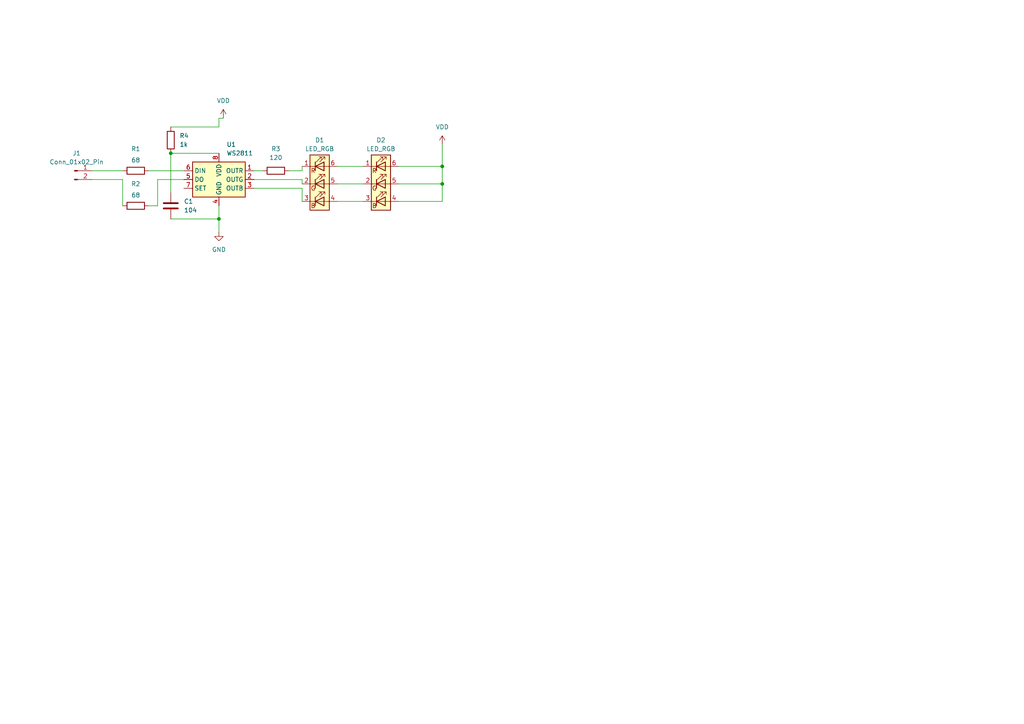
<source format=kicad_sch>
(kicad_sch (version 20230121) (generator eeschema)
  (paper "A4")
  (lib_symbols
    (symbol "Connector:Conn_01x02_Pin" (pin_names (offset 1.016) hide)
      (property "Reference" "J" (at 0 2.54 0))
      (property "Value" "Conn_01x02_Pin" (at 0 -5.08 0))
      (symbol "Conn_01x02_Pin_1_1"
        (polyline (pts (xy 1.27 -2.54) (xy 0.8636 -2.54)) (stroke (width 0.1524)))
        (polyline (pts (xy 1.27 0) (xy 0.8636 0)) (stroke (width 0.1524)))
        (rectangle (start 0.8636 -2.413) (end 0 -2.667) (stroke (width 0.1524)) (fill (type outline)))
        (rectangle (start 0.8636 0.127) (end 0 -0.127) (stroke (width 0.1524)) (fill (type outline)))
        (pin passive line (at 5.08 0 180) (length 3.81) (name "Pin_1") (number "1"))
        (pin passive line (at 5.08 -2.54 180) (length 3.81) (name "Pin_2") (number "2"))
      )
    )
    (symbol "Device:C" (pin_numbers hide) (pin_names (offset 0.254))
      (property "Reference" "C" (at 0.635 2.54 0))
      (property "Value" "C" (at 0.635 -2.54 0))
      (symbol "C_0_1"
        (polyline (pts (xy -2.032 -0.762) (xy 2.032 -0.762)) (stroke (width 0.508)))
        (polyline (pts (xy -2.032 0.762) (xy 2.032 0.762)) (stroke (width 0.508)))
      )
      (symbol "C_1_1"
        (pin passive line (at 0 3.81 270) (length 2.794) (name "~") (number "1"))
        (pin passive line (at 0 -3.81 90) (length 2.794) (name "~") (number "2"))
      )
    )
    (symbol "Device:LED_RGB" (pin_names (offset 0) hide)
      (property "Reference" "D" (at 0 9.398 0))
      (property "Value" "LED_RGB" (at 0 -8.89 0))
      (symbol "LED_RGB_0_0"
        (text "B" (at -1.905 -6.35 0) (effects (font (size 1.27 1.27))))
        (text "G" (at -1.905 -1.27 0) (effects (font (size 1.27 1.27))))
        (text "R" (at -1.905 3.81 0) (effects (font (size 1.27 1.27))))
      )
      (symbol "LED_RGB_0_1"
        (polyline (pts (xy -1.27 -5.08) (xy -2.54 -5.08)))
        (polyline (pts (xy -1.27 -5.08) (xy 1.27 -5.08)))
        (polyline (pts (xy -1.27 -3.81) (xy -1.27 -6.35)) (stroke (width 0.254)))
        (polyline (pts (xy -1.27 0) (xy -2.54 0)))
        (polyline (pts (xy -1.27 1.27) (xy -1.27 -1.27)) (stroke (width 0.254)))
        (polyline (pts (xy -1.27 5.08) (xy -2.54 5.08)))
        (polyline (pts (xy -1.27 5.08) (xy 1.27 5.08)))
        (polyline (pts (xy -1.27 6.35) (xy -1.27 3.81)) (stroke (width 0.254)))
        (polyline (pts (xy 1.27 -5.08) (xy 2.54 -5.08)))
        (polyline (pts (xy 1.27 0) (xy -1.27 0)))
        (polyline (pts (xy 1.27 0) (xy 2.54 0)))
        (polyline (pts (xy 1.27 5.08) (xy 2.54 5.08)))
        (polyline (pts (xy -1.27 1.27) (xy -1.27 -1.27) (xy -1.27 -1.27)))
        (polyline (pts (xy -1.27 6.35) (xy -1.27 3.81) (xy -1.27 3.81)))
        (polyline (pts (xy 1.27 -3.81) (xy 1.27 -6.35) (xy -1.27 -5.08) (xy 1.27 -3.81)) (stroke (width 0.254)))
        (polyline (pts (xy 1.27 1.27) (xy 1.27 -1.27) (xy -1.27 0) (xy 1.27 1.27)) (stroke (width 0.254)))
        (polyline (pts (xy 1.27 6.35) (xy 1.27 3.81) (xy -1.27 5.08) (xy 1.27 6.35)) (stroke (width 0.254)))
        (polyline (pts (xy -1.016 -3.81) (xy 0.508 -2.286) (xy -0.254 -2.286) (xy 0.508 -2.286) (xy 0.508 -3.048)))
        (polyline (pts (xy -1.016 1.27) (xy 0.508 2.794) (xy -0.254 2.794) (xy 0.508 2.794) (xy 0.508 2.032)))
        (polyline (pts (xy -1.016 6.35) (xy 0.508 7.874) (xy -0.254 7.874) (xy 0.508 7.874) (xy 0.508 7.112)))
        (polyline (pts (xy 0 -3.81) (xy 1.524 -2.286) (xy 0.762 -2.286) (xy 1.524 -2.286) (xy 1.524 -3.048)))
        (polyline (pts (xy 0 1.27) (xy 1.524 2.794) (xy 0.762 2.794) (xy 1.524 2.794) (xy 1.524 2.032)))
        (polyline (pts (xy 0 6.35) (xy 1.524 7.874) (xy 0.762 7.874) (xy 1.524 7.874) (xy 1.524 7.112)))
        (rectangle (start 1.27 -1.27) (end 1.27 1.27))
        (rectangle (start 1.27 1.27) (end 1.27 1.27))
        (rectangle (start 1.27 3.81) (end 1.27 6.35))
        (rectangle (start 1.27 6.35) (end 1.27 6.35))
        (rectangle (start 2.794 8.382) (end -2.794 -7.62) (stroke (width 0.254)) (fill (type background)))
      )
      (symbol "LED_RGB_1_1"
        (pin passive line (at -5.08 5.08 0) (length 2.54) (name "RK") (number "1"))
        (pin passive line (at -5.08 0 0) (length 2.54) (name "GK") (number "2"))
        (pin passive line (at -5.08 -5.08 0) (length 2.54) (name "BK") (number "3"))
        (pin passive line (at 5.08 -5.08 180) (length 2.54) (name "BA") (number "4"))
        (pin passive line (at 5.08 0 180) (length 2.54) (name "GA") (number "5"))
        (pin passive line (at 5.08 5.08 180) (length 2.54) (name "RA") (number "6"))
      )
    )
    (symbol "Device:R" (pin_numbers hide) (pin_names (offset 0))
      (property "Reference" "R" (at 2.032 0 90))
      (property "Value" "R" (at 0 0 90))
      (symbol "R_0_1"
        (rectangle (start -1.016 -2.54) (end 1.016 2.54) (stroke (width 0.254)))
      )
      (symbol "R_1_1"
        (pin passive line (at 0 3.81 270) (length 1.27) (name "~") (number "1"))
        (pin passive line (at 0 -3.81 90) (length 1.27) (name "~") (number "2"))
      )
    )
    (symbol "Driver_LED:WS2811"
      (property "Reference" "U" (at -6.35 6.35 0))
      (property "Value" "WS2811" (at 5.08 6.35 0))
      (symbol "WS2811_0_1"
        (rectangle (start -7.62 5.08) (end 7.62 -5.08) (stroke (width 0.254)) (fill (type background)))
      )
      (symbol "WS2811_1_1"
        (pin output line (at 10.16 2.54 180) (length 2.54) (name "OUTR") (number "1"))
        (pin output line (at 10.16 0 180) (length 2.54) (name "OUTG") (number "2"))
        (pin output line (at 10.16 -2.54 180) (length 2.54) (name "OUTB") (number "3"))
        (pin power_in line (at 0 -7.62 90) (length 2.54) (name "GND") (number "4"))
        (pin output line (at -10.16 0 0) (length 2.54) (name "DO") (number "5"))
        (pin input line (at -10.16 2.54 0) (length 2.54) (name "DIN") (number "6"))
        (pin input line (at -10.16 -2.54 0) (length 2.54) (name "SET") (number "7"))
        (pin power_in line (at 0 7.62 270) (length 2.54) (name "VDD") (number "8"))
      )
    )
    (symbol "power:GND" (power) (pin_names (offset 0))
      (property "Value" "GND" (at 0 -3.81 0))
      (symbol "GND_0_1"
        (polyline (pts (xy 0 0) (xy 0 -1.27) (xy 1.27 -1.27) (xy 0 -2.54) (xy -1.27 -1.27) (xy 0 -1.27)))
      )
      (symbol "GND_1_1"
        (pin power_in line (at 0 0 270) (length 0) hide (name "GND") (number "1"))
      )
    )
    (symbol "power:VDD" (power) (pin_names (offset 0))
      (property "Value" "VDD" (at 0 3.81 0))
      (symbol "VDD_0_1"
        (polyline (pts (xy -0.762 1.27) (xy 0 2.54)))
        (polyline (pts (xy 0 0) (xy 0 2.54)))
        (polyline (pts (xy 0 2.54) (xy 0.762 1.27)))
      )
      (symbol "VDD_1_1"
        (pin power_in line (at 0 0 90) (length 0) hide (name "VDD") (number "1"))
      )
    )
  )
  (junction (at 128.27 48.26))
  (junction (at 63.5 63.5))
  (junction (at 49.53 44.45))
  (junction (at 128.27 53.34))
  (wire (pts (xy 26.67 52.07) (xy 35.56 52.07)))
  (wire (pts (xy 115.57 58.42) (xy 128.27 58.42)))
  (wire (pts (xy 73.66 52.07) (xy 87.63 52.07)))
  (wire (pts (xy 63.5 36.83) (xy 63.5 34.29)))
  (wire (pts (xy 49.53 36.83) (xy 63.5 36.83)))
  (wire (pts (xy 63.5 63.5) (xy 63.5 67.31)))
  (wire (pts (xy 128.27 48.26) (xy 128.27 53.34)))
  (wire (pts (xy 97.79 48.26) (xy 105.41 48.26)))
  (wire (pts (xy 63.5 59.69) (xy 63.5 63.5)))
  (wire (pts (xy 87.63 54.61) (xy 87.63 58.42)))
  (wire (pts (xy 87.63 52.07) (xy 87.63 53.34)))
  (wire (pts (xy 97.79 53.34) (xy 105.41 53.34)))
  (wire (pts (xy 73.66 54.61) (xy 87.63 54.61)))
  (wire (pts (xy 128.27 53.34) (xy 128.27 58.42)))
  (wire (pts (xy 73.66 49.53) (xy 76.2 49.53)))
  (wire (pts (xy 45.72 52.07) (xy 53.34 52.07)))
  (wire (pts (xy 43.18 59.69) (xy 45.72 59.69)))
  (wire (pts (xy 43.18 49.53) (xy 53.34 49.53)))
  (wire (pts (xy 49.53 44.45) (xy 63.5 44.45)))
  (wire (pts (xy 87.63 49.53) (xy 87.63 48.26)))
  (wire (pts (xy 35.56 52.07) (xy 35.56 59.69)))
  (wire (pts (xy 97.79 58.42) (xy 105.41 58.42)))
  (wire (pts (xy 49.53 44.45) (xy 49.53 55.88)))
  (wire (pts (xy 26.67 49.53) (xy 35.56 49.53)))
  (wire (pts (xy 83.82 49.53) (xy 87.63 49.53)))
  (wire (pts (xy 115.57 48.26) (xy 128.27 48.26)))
  (wire (pts (xy 128.27 41.91) (xy 128.27 48.26)))
  (wire (pts (xy 63.5 34.29) (xy 64.77 34.29)))
  (wire (pts (xy 49.53 63.5) (xy 63.5 63.5)))
  (wire (pts (xy 45.72 59.69) (xy 45.72 52.07)))
  (wire (pts (xy 115.57 53.34) (xy 128.27 53.34)))
  (symbol (lib_id "Driver_LED:WS2811") (at 63.5 52.07 0) (unit 1)
    (property "Reference" "U1" (at 65.6941 41.91 0) (effects (justify left)))
    (property "Value" "WS2811" (at 65.6941 44.45 0) (effects (justify left)))
    (property "Datasheet" "https://cdn-shop.adafruit.com/datasheets/WS2811.pdf" (effects hide))
  )
  (symbol (lib_id "Device:C") (at 49.53 59.69 0) (unit 1)
    (property "Reference" "C1" (at 53.34 58.42 0) (effects (justify left)))
    (property "Value" "104" (at 53.34 60.96 0) (effects (justify left)))
  )
  (symbol (lib_id "power:VDD") (at 128.27 41.91 0) (unit 1)
    (property "Reference" "#PWR01" (effects hide))
    (property "Value" "VDD" (at 128.27 36.83 0))
  )
  (symbol (lib_id "Device:R") (at 80.01 49.53 270) (unit 1)
    (property "Reference" "R3" (at 80.01 43.18 90))
    (property "Value" "120" (at 80.01 45.72 90))
  )
  (symbol (lib_id "Device:LED_RGB") (at 92.71 53.34 0) (unit 1)
    (property "Reference" "D1" (at 92.71 40.64 0))
    (property "Value" "LED_RGB" (at 92.71 43.18 0))
  )
  (symbol (lib_id "Connector:Conn_01x02_Pin") (at 21.59 49.53 0) (unit 1)
    (property "Reference" "J1" (at 22.225 44.45 0))
    (property "Value" "Conn_01x02_Pin" (at 22.225 46.99 0))
  )
  (symbol (lib_id "Device:LED_RGB") (at 110.49 53.34 0) (unit 1)
    (property "Reference" "D2" (at 110.49 40.64 0))
    (property "Value" "LED_RGB" (at 110.49 43.18 0))
  )
  (symbol (lib_id "Device:R") (at 49.53 40.64 0) (unit 1)
    (property "Reference" "R4" (at 52.07 39.37 0) (effects (justify left)))
    (property "Value" "1k" (at 52.07 41.91 0) (effects (justify left)))
  )
  (symbol (lib_id "Device:R") (at 39.37 59.69 90) (unit 1)
    (property "Reference" "R2" (at 39.37 53.34 90))
    (property "Value" "68" (at 39.37 55.88 90) (effects (justify bottom)))
  )
  (symbol (lib_id "power:VDD") (at 64.77 34.29 0) (unit 1)
    (property "Reference" "#PWR02" (effects hide))
    (property "Value" "VDD" (at 64.77 29.21 0))
  )
  (symbol (lib_id "Device:R") (at 39.37 49.53 270) (unit 1)
    (property "Reference" "R1" (at 39.37 43.18 90))
    (property "Value" "68" (at 39.37 45.72 90) (effects (justify top)))
  )
  (symbol (lib_id "power:GND") (at 63.5 67.31 0) (unit 1)
    (property "Reference" "#PWR03" (effects hide))
    (property "Value" "GND" (at 63.5 72.39 0))
  )
)
</source>
